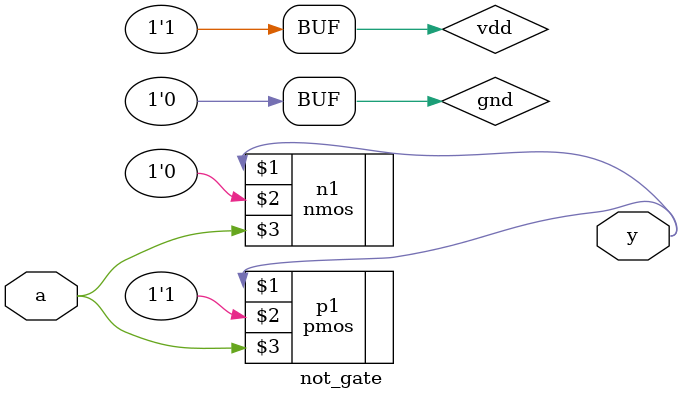
<source format=v>
module not_gate(a,y);
input a;
output y;

supply1 vdd;
supply0 gnd;

pmos p1(y,vdd,a);
nmos n1(y,gnd,a);
endmodule

</source>
